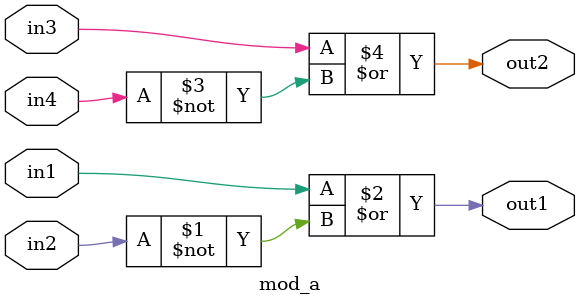
<source format=v>
module top_module (
    input a,
    input b,
    input c,
    input d,
    output out1,
    output out2
);
    mod_a u_mod_a (
        .in1(a),
        .in2(b),
        .in3(c),
        .in4(d),
        .out1(out1),
        .out2(out2)
    );
endmodule

// below part is for only compile, not for HDLBits Site Answers.
module mod_a ( output out1, output out2, input in1, input in2, input in3, input in4  );

assign out1 = in1 | ~in2;
assign out2 = in3 | ~in4;

endmodule
</source>
